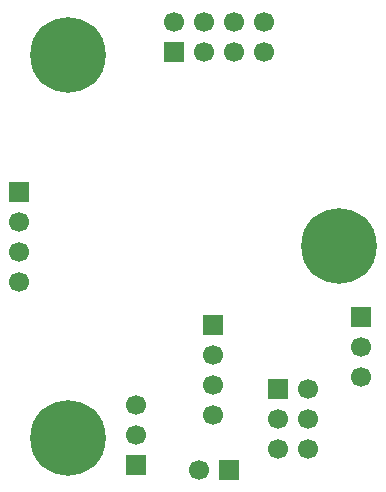
<source format=gbr>
%TF.GenerationSoftware,KiCad,Pcbnew,9.0.4*%
%TF.CreationDate,2025-11-07T20:41:43+01:00*%
%TF.ProjectId,SB_Mod_SR04,53425f4d-6f64-45f5-9352-30342e6b6963,rev?*%
%TF.SameCoordinates,Original*%
%TF.FileFunction,Soldermask,Bot*%
%TF.FilePolarity,Negative*%
%FSLAX46Y46*%
G04 Gerber Fmt 4.6, Leading zero omitted, Abs format (unit mm)*
G04 Created by KiCad (PCBNEW 9.0.4) date 2025-11-07 20:41:43*
%MOMM*%
%LPD*%
G01*
G04 APERTURE LIST*
%ADD10R,1.700000X1.700000*%
%ADD11C,1.700000*%
%ADD12C,6.400000*%
G04 APERTURE END LIST*
D10*
%TO.C,J2*%
X122255200Y-117195600D03*
D11*
X119715200Y-117195600D03*
%TD*%
D10*
%TO.C,J3*%
X120929400Y-104927400D03*
D11*
X120929400Y-107467400D03*
X120929400Y-110007400D03*
X120929400Y-112547400D03*
%TD*%
D10*
%TO.C,SB1*%
X117627400Y-81762600D03*
D11*
X117627400Y-79222600D03*
X120167400Y-81762600D03*
X120167400Y-79222600D03*
X122707400Y-81762600D03*
X122707400Y-79222600D03*
X125247400Y-81762600D03*
X125247400Y-79222600D03*
%TD*%
D10*
%TO.C,J1*%
X133400800Y-104216200D03*
D11*
X133400800Y-106756200D03*
X133400800Y-109296200D03*
%TD*%
D12*
%TO.C,H3*%
X108600000Y-114500000D03*
%TD*%
D10*
%TO.C,A1*%
X104493500Y-93679000D03*
D11*
X104493500Y-96219000D03*
X104493500Y-98759000D03*
X104493500Y-101299000D03*
%TD*%
D10*
%TO.C,J4*%
X114350800Y-116738400D03*
D11*
X114350800Y-114198400D03*
X114350800Y-111658400D03*
%TD*%
D12*
%TO.C,H1*%
X108600000Y-82000000D03*
%TD*%
D10*
%TO.C,CONN1*%
X126441200Y-110286800D03*
D11*
X128981200Y-110286800D03*
X126441200Y-112826800D03*
X128981200Y-112826800D03*
X126441200Y-115366800D03*
X128981200Y-115366800D03*
%TD*%
D12*
%TO.C,H2*%
X131572000Y-98250000D03*
%TD*%
M02*

</source>
